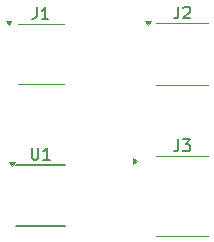
<source format=gto>
%TF.GenerationSoftware,KiCad,Pcbnew,8.0.4*%
%TF.CreationDate,2025-01-06T14:26:29+00:00*%
%TF.ProjectId,tssop_breakout_stencil,7473736f-705f-4627-9265-616b6f75745f,rev?*%
%TF.SameCoordinates,Original*%
%TF.FileFunction,Legend,Top*%
%TF.FilePolarity,Positive*%
%FSLAX46Y46*%
G04 Gerber Fmt 4.6, Leading zero omitted, Abs format (unit mm)*
G04 Created by KiCad (PCBNEW 8.0.4) date 2025-01-06 14:26:29*
%MOMM*%
%LPD*%
G01*
G04 APERTURE LIST*
%ADD10C,0.150000*%
%ADD11C,0.120000*%
G04 APERTURE END LIST*
D10*
X67666666Y-52004819D02*
X67666666Y-52719104D01*
X67666666Y-52719104D02*
X67619047Y-52861961D01*
X67619047Y-52861961D02*
X67523809Y-52957200D01*
X67523809Y-52957200D02*
X67380952Y-53004819D01*
X67380952Y-53004819D02*
X67285714Y-53004819D01*
X68095238Y-52100057D02*
X68142857Y-52052438D01*
X68142857Y-52052438D02*
X68238095Y-52004819D01*
X68238095Y-52004819D02*
X68476190Y-52004819D01*
X68476190Y-52004819D02*
X68571428Y-52052438D01*
X68571428Y-52052438D02*
X68619047Y-52100057D01*
X68619047Y-52100057D02*
X68666666Y-52195295D01*
X68666666Y-52195295D02*
X68666666Y-52290533D01*
X68666666Y-52290533D02*
X68619047Y-52433390D01*
X68619047Y-52433390D02*
X68047619Y-53004819D01*
X68047619Y-53004819D02*
X68666666Y-53004819D01*
X55238095Y-63954819D02*
X55238095Y-64764342D01*
X55238095Y-64764342D02*
X55285714Y-64859580D01*
X55285714Y-64859580D02*
X55333333Y-64907200D01*
X55333333Y-64907200D02*
X55428571Y-64954819D01*
X55428571Y-64954819D02*
X55619047Y-64954819D01*
X55619047Y-64954819D02*
X55714285Y-64907200D01*
X55714285Y-64907200D02*
X55761904Y-64859580D01*
X55761904Y-64859580D02*
X55809523Y-64764342D01*
X55809523Y-64764342D02*
X55809523Y-63954819D01*
X56809523Y-64954819D02*
X56238095Y-64954819D01*
X56523809Y-64954819D02*
X56523809Y-63954819D01*
X56523809Y-63954819D02*
X56428571Y-64097676D01*
X56428571Y-64097676D02*
X56333333Y-64192914D01*
X56333333Y-64192914D02*
X56238095Y-64240533D01*
X67666666Y-63254819D02*
X67666666Y-63969104D01*
X67666666Y-63969104D02*
X67619047Y-64111961D01*
X67619047Y-64111961D02*
X67523809Y-64207200D01*
X67523809Y-64207200D02*
X67380952Y-64254819D01*
X67380952Y-64254819D02*
X67285714Y-64254819D01*
X68047619Y-63254819D02*
X68666666Y-63254819D01*
X68666666Y-63254819D02*
X68333333Y-63635771D01*
X68333333Y-63635771D02*
X68476190Y-63635771D01*
X68476190Y-63635771D02*
X68571428Y-63683390D01*
X68571428Y-63683390D02*
X68619047Y-63731009D01*
X68619047Y-63731009D02*
X68666666Y-63826247D01*
X68666666Y-63826247D02*
X68666666Y-64064342D01*
X68666666Y-64064342D02*
X68619047Y-64159580D01*
X68619047Y-64159580D02*
X68571428Y-64207200D01*
X68571428Y-64207200D02*
X68476190Y-64254819D01*
X68476190Y-64254819D02*
X68190476Y-64254819D01*
X68190476Y-64254819D02*
X68095238Y-64207200D01*
X68095238Y-64207200D02*
X68047619Y-64159580D01*
X55666666Y-52054819D02*
X55666666Y-52769104D01*
X55666666Y-52769104D02*
X55619047Y-52911961D01*
X55619047Y-52911961D02*
X55523809Y-53007200D01*
X55523809Y-53007200D02*
X55380952Y-53054819D01*
X55380952Y-53054819D02*
X55285714Y-53054819D01*
X56666666Y-53054819D02*
X56095238Y-53054819D01*
X56380952Y-53054819D02*
X56380952Y-52054819D01*
X56380952Y-52054819D02*
X56285714Y-52197676D01*
X56285714Y-52197676D02*
X56190476Y-52292914D01*
X56190476Y-52292914D02*
X56095238Y-52340533D01*
D11*
%TO.C,J2*%
X68000000Y-53390000D02*
X65800000Y-53390000D01*
X68000000Y-53390000D02*
X70200000Y-53390000D01*
X68000000Y-58610000D02*
X65800000Y-58610000D01*
X68000000Y-58610000D02*
X70200000Y-58610000D01*
X65100000Y-53590000D02*
X64860000Y-53260000D01*
X65340000Y-53260000D01*
X65100000Y-53590000D01*
G36*
X65100000Y-53590000D02*
G01*
X64860000Y-53260000D01*
X65340000Y-53260000D01*
X65100000Y-53590000D01*
G37*
D10*
%TO.C,U1*%
X53930000Y-65430000D02*
X58070000Y-65430000D01*
X53930000Y-70570000D02*
X58070000Y-70570000D01*
D11*
X53600000Y-65473081D02*
X53360000Y-65143081D01*
X53840000Y-65143081D01*
X53600000Y-65473081D01*
G36*
X53600000Y-65473081D02*
G01*
X53360000Y-65143081D01*
X53840000Y-65143081D01*
X53600000Y-65473081D01*
G37*
%TO.C,J3*%
X68000000Y-64615000D02*
X65800000Y-64615000D01*
X68000000Y-64615000D02*
X70200000Y-64615000D01*
X68000000Y-71385000D02*
X65800000Y-71385000D01*
X68000000Y-71385000D02*
X70200000Y-71385000D01*
X64140000Y-65075000D02*
X63810000Y-65315000D01*
X63810000Y-64835000D01*
X64140000Y-65075000D01*
G36*
X64140000Y-65075000D02*
G01*
X63810000Y-65315000D01*
X63810000Y-64835000D01*
X64140000Y-65075000D01*
G37*
%TO.C,J1*%
X56000000Y-53440000D02*
X54050000Y-53440000D01*
X56000000Y-53440000D02*
X57950000Y-53440000D01*
X56000000Y-58560000D02*
X54050000Y-58560000D01*
X56000000Y-58560000D02*
X57950000Y-58560000D01*
X53300000Y-53535000D02*
X53060000Y-53205000D01*
X53540000Y-53205000D01*
X53300000Y-53535000D01*
G36*
X53300000Y-53535000D02*
G01*
X53060000Y-53205000D01*
X53540000Y-53205000D01*
X53300000Y-53535000D01*
G37*
%TD*%
M02*

</source>
